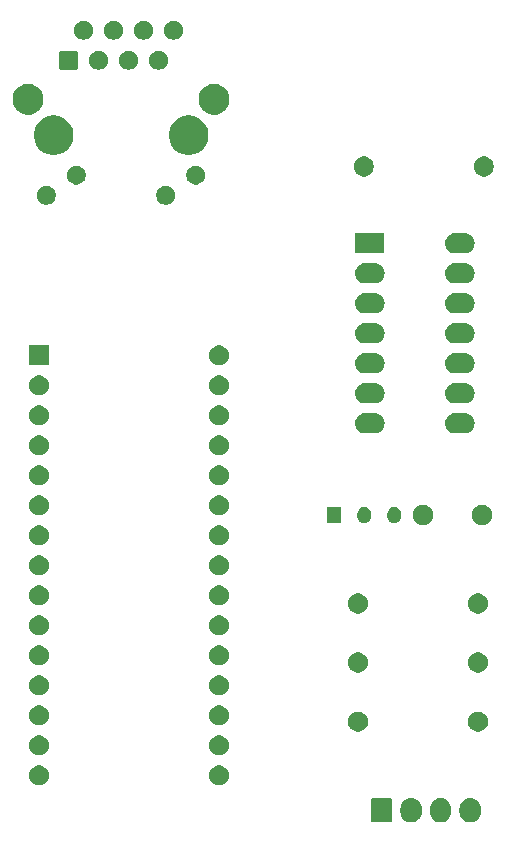
<source format=gts>
G04 #@! TF.GenerationSoftware,KiCad,Pcbnew,(5.1.5)-2*
G04 #@! TF.CreationDate,2019-12-07T22:10:36+09:00*
G04 #@! TF.ProjectId,circuit_master_ver.0.1.0,63697263-7569-4745-9f6d-61737465725f,rev?*
G04 #@! TF.SameCoordinates,Original*
G04 #@! TF.FileFunction,Soldermask,Top*
G04 #@! TF.FilePolarity,Negative*
%FSLAX46Y46*%
G04 Gerber Fmt 4.6, Leading zero omitted, Abs format (unit mm)*
G04 Created by KiCad (PCBNEW (5.1.5)-2) date 2019-12-07 22:10:36*
%MOMM*%
%LPD*%
G04 APERTURE LIST*
%ADD10C,0.100000*%
G04 APERTURE END LIST*
D10*
G36*
X68176626Y-169987037D02*
G01*
X68346465Y-170038557D01*
X68346467Y-170038558D01*
X68502989Y-170122221D01*
X68640186Y-170234814D01*
X68723448Y-170336271D01*
X68752778Y-170372009D01*
X68836443Y-170528534D01*
X68887963Y-170698373D01*
X68901000Y-170830742D01*
X68901000Y-171169257D01*
X68887963Y-171301626D01*
X68836443Y-171471466D01*
X68752778Y-171627991D01*
X68723448Y-171663729D01*
X68640186Y-171765186D01*
X68545250Y-171843097D01*
X68502991Y-171877778D01*
X68346466Y-171961443D01*
X68176627Y-172012963D01*
X68000000Y-172030359D01*
X67823374Y-172012963D01*
X67653535Y-171961443D01*
X67497010Y-171877778D01*
X67359815Y-171765185D01*
X67247222Y-171627991D01*
X67163557Y-171471466D01*
X67112037Y-171301627D01*
X67099000Y-171169258D01*
X67099000Y-170830743D01*
X67112037Y-170698374D01*
X67163557Y-170528535D01*
X67247222Y-170372010D01*
X67247223Y-170372009D01*
X67359814Y-170234814D01*
X67461271Y-170151552D01*
X67497009Y-170122222D01*
X67653534Y-170038557D01*
X67823373Y-169987037D01*
X68000000Y-169969641D01*
X68176626Y-169987037D01*
G37*
G36*
X70676626Y-169987037D02*
G01*
X70846465Y-170038557D01*
X70846467Y-170038558D01*
X71002989Y-170122221D01*
X71140186Y-170234814D01*
X71223448Y-170336271D01*
X71252778Y-170372009D01*
X71336443Y-170528534D01*
X71387963Y-170698373D01*
X71401000Y-170830742D01*
X71401000Y-171169257D01*
X71387963Y-171301626D01*
X71336443Y-171471466D01*
X71252778Y-171627991D01*
X71223448Y-171663729D01*
X71140186Y-171765186D01*
X71045250Y-171843097D01*
X71002991Y-171877778D01*
X70846466Y-171961443D01*
X70676627Y-172012963D01*
X70500000Y-172030359D01*
X70323374Y-172012963D01*
X70153535Y-171961443D01*
X69997010Y-171877778D01*
X69859815Y-171765185D01*
X69747222Y-171627991D01*
X69663557Y-171471466D01*
X69612037Y-171301627D01*
X69599000Y-171169258D01*
X69599000Y-170830743D01*
X69612037Y-170698374D01*
X69663557Y-170528535D01*
X69747222Y-170372010D01*
X69747223Y-170372009D01*
X69859814Y-170234814D01*
X69961271Y-170151552D01*
X69997009Y-170122222D01*
X70153534Y-170038557D01*
X70323373Y-169987037D01*
X70500000Y-169969641D01*
X70676626Y-169987037D01*
G37*
G36*
X73176626Y-169987037D02*
G01*
X73346465Y-170038557D01*
X73346467Y-170038558D01*
X73502989Y-170122221D01*
X73640186Y-170234814D01*
X73723448Y-170336271D01*
X73752778Y-170372009D01*
X73836443Y-170528534D01*
X73887963Y-170698373D01*
X73901000Y-170830742D01*
X73901000Y-171169257D01*
X73887963Y-171301626D01*
X73836443Y-171471466D01*
X73752778Y-171627991D01*
X73723448Y-171663729D01*
X73640186Y-171765186D01*
X73545250Y-171843097D01*
X73502991Y-171877778D01*
X73346466Y-171961443D01*
X73176627Y-172012963D01*
X73000000Y-172030359D01*
X72823374Y-172012963D01*
X72653535Y-171961443D01*
X72497010Y-171877778D01*
X72359815Y-171765185D01*
X72247222Y-171627991D01*
X72163557Y-171471466D01*
X72112037Y-171301627D01*
X72099000Y-171169258D01*
X72099000Y-170830743D01*
X72112037Y-170698374D01*
X72163557Y-170528535D01*
X72247222Y-170372010D01*
X72247223Y-170372009D01*
X72359814Y-170234814D01*
X72461271Y-170151552D01*
X72497009Y-170122222D01*
X72653534Y-170038557D01*
X72823373Y-169987037D01*
X73000000Y-169969641D01*
X73176626Y-169987037D01*
G37*
G36*
X66258600Y-169977989D02*
G01*
X66291652Y-169988015D01*
X66322103Y-170004292D01*
X66348799Y-170026201D01*
X66370708Y-170052897D01*
X66386985Y-170083348D01*
X66397011Y-170116400D01*
X66401000Y-170156903D01*
X66401000Y-171843097D01*
X66397011Y-171883600D01*
X66386985Y-171916652D01*
X66370708Y-171947103D01*
X66348799Y-171973799D01*
X66322103Y-171995708D01*
X66291652Y-172011985D01*
X66258600Y-172022011D01*
X66218097Y-172026000D01*
X64781903Y-172026000D01*
X64741400Y-172022011D01*
X64708348Y-172011985D01*
X64677897Y-171995708D01*
X64651201Y-171973799D01*
X64629292Y-171947103D01*
X64613015Y-171916652D01*
X64602989Y-171883600D01*
X64599000Y-171843097D01*
X64599000Y-170156903D01*
X64602989Y-170116400D01*
X64613015Y-170083348D01*
X64629292Y-170052897D01*
X64651201Y-170026201D01*
X64677897Y-170004292D01*
X64708348Y-169988015D01*
X64741400Y-169977989D01*
X64781903Y-169974000D01*
X66218097Y-169974000D01*
X66258600Y-169977989D01*
G37*
G36*
X51988228Y-167241703D02*
G01*
X52143100Y-167305853D01*
X52282481Y-167398985D01*
X52401015Y-167517519D01*
X52494147Y-167656900D01*
X52558297Y-167811772D01*
X52591000Y-167976184D01*
X52591000Y-168143816D01*
X52558297Y-168308228D01*
X52494147Y-168463100D01*
X52401015Y-168602481D01*
X52282481Y-168721015D01*
X52143100Y-168814147D01*
X51988228Y-168878297D01*
X51823816Y-168911000D01*
X51656184Y-168911000D01*
X51491772Y-168878297D01*
X51336900Y-168814147D01*
X51197519Y-168721015D01*
X51078985Y-168602481D01*
X50985853Y-168463100D01*
X50921703Y-168308228D01*
X50889000Y-168143816D01*
X50889000Y-167976184D01*
X50921703Y-167811772D01*
X50985853Y-167656900D01*
X51078985Y-167517519D01*
X51197519Y-167398985D01*
X51336900Y-167305853D01*
X51491772Y-167241703D01*
X51656184Y-167209000D01*
X51823816Y-167209000D01*
X51988228Y-167241703D01*
G37*
G36*
X36748228Y-167241703D02*
G01*
X36903100Y-167305853D01*
X37042481Y-167398985D01*
X37161015Y-167517519D01*
X37254147Y-167656900D01*
X37318297Y-167811772D01*
X37351000Y-167976184D01*
X37351000Y-168143816D01*
X37318297Y-168308228D01*
X37254147Y-168463100D01*
X37161015Y-168602481D01*
X37042481Y-168721015D01*
X36903100Y-168814147D01*
X36748228Y-168878297D01*
X36583816Y-168911000D01*
X36416184Y-168911000D01*
X36251772Y-168878297D01*
X36096900Y-168814147D01*
X35957519Y-168721015D01*
X35838985Y-168602481D01*
X35745853Y-168463100D01*
X35681703Y-168308228D01*
X35649000Y-168143816D01*
X35649000Y-167976184D01*
X35681703Y-167811772D01*
X35745853Y-167656900D01*
X35838985Y-167517519D01*
X35957519Y-167398985D01*
X36096900Y-167305853D01*
X36251772Y-167241703D01*
X36416184Y-167209000D01*
X36583816Y-167209000D01*
X36748228Y-167241703D01*
G37*
G36*
X51988228Y-164701703D02*
G01*
X52143100Y-164765853D01*
X52282481Y-164858985D01*
X52401015Y-164977519D01*
X52494147Y-165116900D01*
X52558297Y-165271772D01*
X52591000Y-165436184D01*
X52591000Y-165603816D01*
X52558297Y-165768228D01*
X52494147Y-165923100D01*
X52401015Y-166062481D01*
X52282481Y-166181015D01*
X52143100Y-166274147D01*
X51988228Y-166338297D01*
X51823816Y-166371000D01*
X51656184Y-166371000D01*
X51491772Y-166338297D01*
X51336900Y-166274147D01*
X51197519Y-166181015D01*
X51078985Y-166062481D01*
X50985853Y-165923100D01*
X50921703Y-165768228D01*
X50889000Y-165603816D01*
X50889000Y-165436184D01*
X50921703Y-165271772D01*
X50985853Y-165116900D01*
X51078985Y-164977519D01*
X51197519Y-164858985D01*
X51336900Y-164765853D01*
X51491772Y-164701703D01*
X51656184Y-164669000D01*
X51823816Y-164669000D01*
X51988228Y-164701703D01*
G37*
G36*
X36748228Y-164701703D02*
G01*
X36903100Y-164765853D01*
X37042481Y-164858985D01*
X37161015Y-164977519D01*
X37254147Y-165116900D01*
X37318297Y-165271772D01*
X37351000Y-165436184D01*
X37351000Y-165603816D01*
X37318297Y-165768228D01*
X37254147Y-165923100D01*
X37161015Y-166062481D01*
X37042481Y-166181015D01*
X36903100Y-166274147D01*
X36748228Y-166338297D01*
X36583816Y-166371000D01*
X36416184Y-166371000D01*
X36251772Y-166338297D01*
X36096900Y-166274147D01*
X35957519Y-166181015D01*
X35838985Y-166062481D01*
X35745853Y-165923100D01*
X35681703Y-165768228D01*
X35649000Y-165603816D01*
X35649000Y-165436184D01*
X35681703Y-165271772D01*
X35745853Y-165116900D01*
X35838985Y-164977519D01*
X35957519Y-164858985D01*
X36096900Y-164765853D01*
X36251772Y-164701703D01*
X36416184Y-164669000D01*
X36583816Y-164669000D01*
X36748228Y-164701703D01*
G37*
G36*
X63748228Y-162681703D02*
G01*
X63903100Y-162745853D01*
X64042481Y-162838985D01*
X64161015Y-162957519D01*
X64254147Y-163096900D01*
X64318297Y-163251772D01*
X64351000Y-163416184D01*
X64351000Y-163583816D01*
X64318297Y-163748228D01*
X64254147Y-163903100D01*
X64161015Y-164042481D01*
X64042481Y-164161015D01*
X63903100Y-164254147D01*
X63748228Y-164318297D01*
X63583816Y-164351000D01*
X63416184Y-164351000D01*
X63251772Y-164318297D01*
X63096900Y-164254147D01*
X62957519Y-164161015D01*
X62838985Y-164042481D01*
X62745853Y-163903100D01*
X62681703Y-163748228D01*
X62649000Y-163583816D01*
X62649000Y-163416184D01*
X62681703Y-163251772D01*
X62745853Y-163096900D01*
X62838985Y-162957519D01*
X62957519Y-162838985D01*
X63096900Y-162745853D01*
X63251772Y-162681703D01*
X63416184Y-162649000D01*
X63583816Y-162649000D01*
X63748228Y-162681703D01*
G37*
G36*
X73908228Y-162681703D02*
G01*
X74063100Y-162745853D01*
X74202481Y-162838985D01*
X74321015Y-162957519D01*
X74414147Y-163096900D01*
X74478297Y-163251772D01*
X74511000Y-163416184D01*
X74511000Y-163583816D01*
X74478297Y-163748228D01*
X74414147Y-163903100D01*
X74321015Y-164042481D01*
X74202481Y-164161015D01*
X74063100Y-164254147D01*
X73908228Y-164318297D01*
X73743816Y-164351000D01*
X73576184Y-164351000D01*
X73411772Y-164318297D01*
X73256900Y-164254147D01*
X73117519Y-164161015D01*
X72998985Y-164042481D01*
X72905853Y-163903100D01*
X72841703Y-163748228D01*
X72809000Y-163583816D01*
X72809000Y-163416184D01*
X72841703Y-163251772D01*
X72905853Y-163096900D01*
X72998985Y-162957519D01*
X73117519Y-162838985D01*
X73256900Y-162745853D01*
X73411772Y-162681703D01*
X73576184Y-162649000D01*
X73743816Y-162649000D01*
X73908228Y-162681703D01*
G37*
G36*
X36748228Y-162161703D02*
G01*
X36903100Y-162225853D01*
X37042481Y-162318985D01*
X37161015Y-162437519D01*
X37254147Y-162576900D01*
X37318297Y-162731772D01*
X37351000Y-162896184D01*
X37351000Y-163063816D01*
X37318297Y-163228228D01*
X37254147Y-163383100D01*
X37161015Y-163522481D01*
X37042481Y-163641015D01*
X36903100Y-163734147D01*
X36748228Y-163798297D01*
X36583816Y-163831000D01*
X36416184Y-163831000D01*
X36251772Y-163798297D01*
X36096900Y-163734147D01*
X35957519Y-163641015D01*
X35838985Y-163522481D01*
X35745853Y-163383100D01*
X35681703Y-163228228D01*
X35649000Y-163063816D01*
X35649000Y-162896184D01*
X35681703Y-162731772D01*
X35745853Y-162576900D01*
X35838985Y-162437519D01*
X35957519Y-162318985D01*
X36096900Y-162225853D01*
X36251772Y-162161703D01*
X36416184Y-162129000D01*
X36583816Y-162129000D01*
X36748228Y-162161703D01*
G37*
G36*
X51988228Y-162161703D02*
G01*
X52143100Y-162225853D01*
X52282481Y-162318985D01*
X52401015Y-162437519D01*
X52494147Y-162576900D01*
X52558297Y-162731772D01*
X52591000Y-162896184D01*
X52591000Y-163063816D01*
X52558297Y-163228228D01*
X52494147Y-163383100D01*
X52401015Y-163522481D01*
X52282481Y-163641015D01*
X52143100Y-163734147D01*
X51988228Y-163798297D01*
X51823816Y-163831000D01*
X51656184Y-163831000D01*
X51491772Y-163798297D01*
X51336900Y-163734147D01*
X51197519Y-163641015D01*
X51078985Y-163522481D01*
X50985853Y-163383100D01*
X50921703Y-163228228D01*
X50889000Y-163063816D01*
X50889000Y-162896184D01*
X50921703Y-162731772D01*
X50985853Y-162576900D01*
X51078985Y-162437519D01*
X51197519Y-162318985D01*
X51336900Y-162225853D01*
X51491772Y-162161703D01*
X51656184Y-162129000D01*
X51823816Y-162129000D01*
X51988228Y-162161703D01*
G37*
G36*
X36748228Y-159621703D02*
G01*
X36903100Y-159685853D01*
X37042481Y-159778985D01*
X37161015Y-159897519D01*
X37254147Y-160036900D01*
X37318297Y-160191772D01*
X37351000Y-160356184D01*
X37351000Y-160523816D01*
X37318297Y-160688228D01*
X37254147Y-160843100D01*
X37161015Y-160982481D01*
X37042481Y-161101015D01*
X36903100Y-161194147D01*
X36748228Y-161258297D01*
X36583816Y-161291000D01*
X36416184Y-161291000D01*
X36251772Y-161258297D01*
X36096900Y-161194147D01*
X35957519Y-161101015D01*
X35838985Y-160982481D01*
X35745853Y-160843100D01*
X35681703Y-160688228D01*
X35649000Y-160523816D01*
X35649000Y-160356184D01*
X35681703Y-160191772D01*
X35745853Y-160036900D01*
X35838985Y-159897519D01*
X35957519Y-159778985D01*
X36096900Y-159685853D01*
X36251772Y-159621703D01*
X36416184Y-159589000D01*
X36583816Y-159589000D01*
X36748228Y-159621703D01*
G37*
G36*
X51988228Y-159621703D02*
G01*
X52143100Y-159685853D01*
X52282481Y-159778985D01*
X52401015Y-159897519D01*
X52494147Y-160036900D01*
X52558297Y-160191772D01*
X52591000Y-160356184D01*
X52591000Y-160523816D01*
X52558297Y-160688228D01*
X52494147Y-160843100D01*
X52401015Y-160982481D01*
X52282481Y-161101015D01*
X52143100Y-161194147D01*
X51988228Y-161258297D01*
X51823816Y-161291000D01*
X51656184Y-161291000D01*
X51491772Y-161258297D01*
X51336900Y-161194147D01*
X51197519Y-161101015D01*
X51078985Y-160982481D01*
X50985853Y-160843100D01*
X50921703Y-160688228D01*
X50889000Y-160523816D01*
X50889000Y-160356184D01*
X50921703Y-160191772D01*
X50985853Y-160036900D01*
X51078985Y-159897519D01*
X51197519Y-159778985D01*
X51336900Y-159685853D01*
X51491772Y-159621703D01*
X51656184Y-159589000D01*
X51823816Y-159589000D01*
X51988228Y-159621703D01*
G37*
G36*
X73908228Y-157681703D02*
G01*
X74063100Y-157745853D01*
X74202481Y-157838985D01*
X74321015Y-157957519D01*
X74414147Y-158096900D01*
X74478297Y-158251772D01*
X74511000Y-158416184D01*
X74511000Y-158583816D01*
X74478297Y-158748228D01*
X74414147Y-158903100D01*
X74321015Y-159042481D01*
X74202481Y-159161015D01*
X74063100Y-159254147D01*
X73908228Y-159318297D01*
X73743816Y-159351000D01*
X73576184Y-159351000D01*
X73411772Y-159318297D01*
X73256900Y-159254147D01*
X73117519Y-159161015D01*
X72998985Y-159042481D01*
X72905853Y-158903100D01*
X72841703Y-158748228D01*
X72809000Y-158583816D01*
X72809000Y-158416184D01*
X72841703Y-158251772D01*
X72905853Y-158096900D01*
X72998985Y-157957519D01*
X73117519Y-157838985D01*
X73256900Y-157745853D01*
X73411772Y-157681703D01*
X73576184Y-157649000D01*
X73743816Y-157649000D01*
X73908228Y-157681703D01*
G37*
G36*
X63748228Y-157681703D02*
G01*
X63903100Y-157745853D01*
X64042481Y-157838985D01*
X64161015Y-157957519D01*
X64254147Y-158096900D01*
X64318297Y-158251772D01*
X64351000Y-158416184D01*
X64351000Y-158583816D01*
X64318297Y-158748228D01*
X64254147Y-158903100D01*
X64161015Y-159042481D01*
X64042481Y-159161015D01*
X63903100Y-159254147D01*
X63748228Y-159318297D01*
X63583816Y-159351000D01*
X63416184Y-159351000D01*
X63251772Y-159318297D01*
X63096900Y-159254147D01*
X62957519Y-159161015D01*
X62838985Y-159042481D01*
X62745853Y-158903100D01*
X62681703Y-158748228D01*
X62649000Y-158583816D01*
X62649000Y-158416184D01*
X62681703Y-158251772D01*
X62745853Y-158096900D01*
X62838985Y-157957519D01*
X62957519Y-157838985D01*
X63096900Y-157745853D01*
X63251772Y-157681703D01*
X63416184Y-157649000D01*
X63583816Y-157649000D01*
X63748228Y-157681703D01*
G37*
G36*
X51988228Y-157081703D02*
G01*
X52143100Y-157145853D01*
X52282481Y-157238985D01*
X52401015Y-157357519D01*
X52494147Y-157496900D01*
X52558297Y-157651772D01*
X52591000Y-157816184D01*
X52591000Y-157983816D01*
X52558297Y-158148228D01*
X52494147Y-158303100D01*
X52401015Y-158442481D01*
X52282481Y-158561015D01*
X52143100Y-158654147D01*
X51988228Y-158718297D01*
X51823816Y-158751000D01*
X51656184Y-158751000D01*
X51491772Y-158718297D01*
X51336900Y-158654147D01*
X51197519Y-158561015D01*
X51078985Y-158442481D01*
X50985853Y-158303100D01*
X50921703Y-158148228D01*
X50889000Y-157983816D01*
X50889000Y-157816184D01*
X50921703Y-157651772D01*
X50985853Y-157496900D01*
X51078985Y-157357519D01*
X51197519Y-157238985D01*
X51336900Y-157145853D01*
X51491772Y-157081703D01*
X51656184Y-157049000D01*
X51823816Y-157049000D01*
X51988228Y-157081703D01*
G37*
G36*
X36748228Y-157081703D02*
G01*
X36903100Y-157145853D01*
X37042481Y-157238985D01*
X37161015Y-157357519D01*
X37254147Y-157496900D01*
X37318297Y-157651772D01*
X37351000Y-157816184D01*
X37351000Y-157983816D01*
X37318297Y-158148228D01*
X37254147Y-158303100D01*
X37161015Y-158442481D01*
X37042481Y-158561015D01*
X36903100Y-158654147D01*
X36748228Y-158718297D01*
X36583816Y-158751000D01*
X36416184Y-158751000D01*
X36251772Y-158718297D01*
X36096900Y-158654147D01*
X35957519Y-158561015D01*
X35838985Y-158442481D01*
X35745853Y-158303100D01*
X35681703Y-158148228D01*
X35649000Y-157983816D01*
X35649000Y-157816184D01*
X35681703Y-157651772D01*
X35745853Y-157496900D01*
X35838985Y-157357519D01*
X35957519Y-157238985D01*
X36096900Y-157145853D01*
X36251772Y-157081703D01*
X36416184Y-157049000D01*
X36583816Y-157049000D01*
X36748228Y-157081703D01*
G37*
G36*
X36748228Y-154541703D02*
G01*
X36903100Y-154605853D01*
X37042481Y-154698985D01*
X37161015Y-154817519D01*
X37254147Y-154956900D01*
X37318297Y-155111772D01*
X37351000Y-155276184D01*
X37351000Y-155443816D01*
X37318297Y-155608228D01*
X37254147Y-155763100D01*
X37161015Y-155902481D01*
X37042481Y-156021015D01*
X36903100Y-156114147D01*
X36748228Y-156178297D01*
X36583816Y-156211000D01*
X36416184Y-156211000D01*
X36251772Y-156178297D01*
X36096900Y-156114147D01*
X35957519Y-156021015D01*
X35838985Y-155902481D01*
X35745853Y-155763100D01*
X35681703Y-155608228D01*
X35649000Y-155443816D01*
X35649000Y-155276184D01*
X35681703Y-155111772D01*
X35745853Y-154956900D01*
X35838985Y-154817519D01*
X35957519Y-154698985D01*
X36096900Y-154605853D01*
X36251772Y-154541703D01*
X36416184Y-154509000D01*
X36583816Y-154509000D01*
X36748228Y-154541703D01*
G37*
G36*
X51988228Y-154541703D02*
G01*
X52143100Y-154605853D01*
X52282481Y-154698985D01*
X52401015Y-154817519D01*
X52494147Y-154956900D01*
X52558297Y-155111772D01*
X52591000Y-155276184D01*
X52591000Y-155443816D01*
X52558297Y-155608228D01*
X52494147Y-155763100D01*
X52401015Y-155902481D01*
X52282481Y-156021015D01*
X52143100Y-156114147D01*
X51988228Y-156178297D01*
X51823816Y-156211000D01*
X51656184Y-156211000D01*
X51491772Y-156178297D01*
X51336900Y-156114147D01*
X51197519Y-156021015D01*
X51078985Y-155902481D01*
X50985853Y-155763100D01*
X50921703Y-155608228D01*
X50889000Y-155443816D01*
X50889000Y-155276184D01*
X50921703Y-155111772D01*
X50985853Y-154956900D01*
X51078985Y-154817519D01*
X51197519Y-154698985D01*
X51336900Y-154605853D01*
X51491772Y-154541703D01*
X51656184Y-154509000D01*
X51823816Y-154509000D01*
X51988228Y-154541703D01*
G37*
G36*
X73908228Y-152681703D02*
G01*
X74063100Y-152745853D01*
X74202481Y-152838985D01*
X74321015Y-152957519D01*
X74414147Y-153096900D01*
X74478297Y-153251772D01*
X74511000Y-153416184D01*
X74511000Y-153583816D01*
X74478297Y-153748228D01*
X74414147Y-153903100D01*
X74321015Y-154042481D01*
X74202481Y-154161015D01*
X74063100Y-154254147D01*
X73908228Y-154318297D01*
X73743816Y-154351000D01*
X73576184Y-154351000D01*
X73411772Y-154318297D01*
X73256900Y-154254147D01*
X73117519Y-154161015D01*
X72998985Y-154042481D01*
X72905853Y-153903100D01*
X72841703Y-153748228D01*
X72809000Y-153583816D01*
X72809000Y-153416184D01*
X72841703Y-153251772D01*
X72905853Y-153096900D01*
X72998985Y-152957519D01*
X73117519Y-152838985D01*
X73256900Y-152745853D01*
X73411772Y-152681703D01*
X73576184Y-152649000D01*
X73743816Y-152649000D01*
X73908228Y-152681703D01*
G37*
G36*
X63748228Y-152681703D02*
G01*
X63903100Y-152745853D01*
X64042481Y-152838985D01*
X64161015Y-152957519D01*
X64254147Y-153096900D01*
X64318297Y-153251772D01*
X64351000Y-153416184D01*
X64351000Y-153583816D01*
X64318297Y-153748228D01*
X64254147Y-153903100D01*
X64161015Y-154042481D01*
X64042481Y-154161015D01*
X63903100Y-154254147D01*
X63748228Y-154318297D01*
X63583816Y-154351000D01*
X63416184Y-154351000D01*
X63251772Y-154318297D01*
X63096900Y-154254147D01*
X62957519Y-154161015D01*
X62838985Y-154042481D01*
X62745853Y-153903100D01*
X62681703Y-153748228D01*
X62649000Y-153583816D01*
X62649000Y-153416184D01*
X62681703Y-153251772D01*
X62745853Y-153096900D01*
X62838985Y-152957519D01*
X62957519Y-152838985D01*
X63096900Y-152745853D01*
X63251772Y-152681703D01*
X63416184Y-152649000D01*
X63583816Y-152649000D01*
X63748228Y-152681703D01*
G37*
G36*
X36748228Y-152001703D02*
G01*
X36903100Y-152065853D01*
X37042481Y-152158985D01*
X37161015Y-152277519D01*
X37254147Y-152416900D01*
X37318297Y-152571772D01*
X37351000Y-152736184D01*
X37351000Y-152903816D01*
X37318297Y-153068228D01*
X37254147Y-153223100D01*
X37161015Y-153362481D01*
X37042481Y-153481015D01*
X36903100Y-153574147D01*
X36748228Y-153638297D01*
X36583816Y-153671000D01*
X36416184Y-153671000D01*
X36251772Y-153638297D01*
X36096900Y-153574147D01*
X35957519Y-153481015D01*
X35838985Y-153362481D01*
X35745853Y-153223100D01*
X35681703Y-153068228D01*
X35649000Y-152903816D01*
X35649000Y-152736184D01*
X35681703Y-152571772D01*
X35745853Y-152416900D01*
X35838985Y-152277519D01*
X35957519Y-152158985D01*
X36096900Y-152065853D01*
X36251772Y-152001703D01*
X36416184Y-151969000D01*
X36583816Y-151969000D01*
X36748228Y-152001703D01*
G37*
G36*
X51988228Y-152001703D02*
G01*
X52143100Y-152065853D01*
X52282481Y-152158985D01*
X52401015Y-152277519D01*
X52494147Y-152416900D01*
X52558297Y-152571772D01*
X52591000Y-152736184D01*
X52591000Y-152903816D01*
X52558297Y-153068228D01*
X52494147Y-153223100D01*
X52401015Y-153362481D01*
X52282481Y-153481015D01*
X52143100Y-153574147D01*
X51988228Y-153638297D01*
X51823816Y-153671000D01*
X51656184Y-153671000D01*
X51491772Y-153638297D01*
X51336900Y-153574147D01*
X51197519Y-153481015D01*
X51078985Y-153362481D01*
X50985853Y-153223100D01*
X50921703Y-153068228D01*
X50889000Y-152903816D01*
X50889000Y-152736184D01*
X50921703Y-152571772D01*
X50985853Y-152416900D01*
X51078985Y-152277519D01*
X51197519Y-152158985D01*
X51336900Y-152065853D01*
X51491772Y-152001703D01*
X51656184Y-151969000D01*
X51823816Y-151969000D01*
X51988228Y-152001703D01*
G37*
G36*
X51988228Y-149461703D02*
G01*
X52143100Y-149525853D01*
X52282481Y-149618985D01*
X52401015Y-149737519D01*
X52494147Y-149876900D01*
X52558297Y-150031772D01*
X52591000Y-150196184D01*
X52591000Y-150363816D01*
X52558297Y-150528228D01*
X52494147Y-150683100D01*
X52401015Y-150822481D01*
X52282481Y-150941015D01*
X52143100Y-151034147D01*
X51988228Y-151098297D01*
X51823816Y-151131000D01*
X51656184Y-151131000D01*
X51491772Y-151098297D01*
X51336900Y-151034147D01*
X51197519Y-150941015D01*
X51078985Y-150822481D01*
X50985853Y-150683100D01*
X50921703Y-150528228D01*
X50889000Y-150363816D01*
X50889000Y-150196184D01*
X50921703Y-150031772D01*
X50985853Y-149876900D01*
X51078985Y-149737519D01*
X51197519Y-149618985D01*
X51336900Y-149525853D01*
X51491772Y-149461703D01*
X51656184Y-149429000D01*
X51823816Y-149429000D01*
X51988228Y-149461703D01*
G37*
G36*
X36748228Y-149461703D02*
G01*
X36903100Y-149525853D01*
X37042481Y-149618985D01*
X37161015Y-149737519D01*
X37254147Y-149876900D01*
X37318297Y-150031772D01*
X37351000Y-150196184D01*
X37351000Y-150363816D01*
X37318297Y-150528228D01*
X37254147Y-150683100D01*
X37161015Y-150822481D01*
X37042481Y-150941015D01*
X36903100Y-151034147D01*
X36748228Y-151098297D01*
X36583816Y-151131000D01*
X36416184Y-151131000D01*
X36251772Y-151098297D01*
X36096900Y-151034147D01*
X35957519Y-150941015D01*
X35838985Y-150822481D01*
X35745853Y-150683100D01*
X35681703Y-150528228D01*
X35649000Y-150363816D01*
X35649000Y-150196184D01*
X35681703Y-150031772D01*
X35745853Y-149876900D01*
X35838985Y-149737519D01*
X35957519Y-149618985D01*
X36096900Y-149525853D01*
X36251772Y-149461703D01*
X36416184Y-149429000D01*
X36583816Y-149429000D01*
X36748228Y-149461703D01*
G37*
G36*
X51988228Y-146921703D02*
G01*
X52143100Y-146985853D01*
X52282481Y-147078985D01*
X52401015Y-147197519D01*
X52494147Y-147336900D01*
X52558297Y-147491772D01*
X52591000Y-147656184D01*
X52591000Y-147823816D01*
X52558297Y-147988228D01*
X52494147Y-148143100D01*
X52401015Y-148282481D01*
X52282481Y-148401015D01*
X52143100Y-148494147D01*
X51988228Y-148558297D01*
X51823816Y-148591000D01*
X51656184Y-148591000D01*
X51491772Y-148558297D01*
X51336900Y-148494147D01*
X51197519Y-148401015D01*
X51078985Y-148282481D01*
X50985853Y-148143100D01*
X50921703Y-147988228D01*
X50889000Y-147823816D01*
X50889000Y-147656184D01*
X50921703Y-147491772D01*
X50985853Y-147336900D01*
X51078985Y-147197519D01*
X51197519Y-147078985D01*
X51336900Y-146985853D01*
X51491772Y-146921703D01*
X51656184Y-146889000D01*
X51823816Y-146889000D01*
X51988228Y-146921703D01*
G37*
G36*
X36748228Y-146921703D02*
G01*
X36903100Y-146985853D01*
X37042481Y-147078985D01*
X37161015Y-147197519D01*
X37254147Y-147336900D01*
X37318297Y-147491772D01*
X37351000Y-147656184D01*
X37351000Y-147823816D01*
X37318297Y-147988228D01*
X37254147Y-148143100D01*
X37161015Y-148282481D01*
X37042481Y-148401015D01*
X36903100Y-148494147D01*
X36748228Y-148558297D01*
X36583816Y-148591000D01*
X36416184Y-148591000D01*
X36251772Y-148558297D01*
X36096900Y-148494147D01*
X35957519Y-148401015D01*
X35838985Y-148282481D01*
X35745853Y-148143100D01*
X35681703Y-147988228D01*
X35649000Y-147823816D01*
X35649000Y-147656184D01*
X35681703Y-147491772D01*
X35745853Y-147336900D01*
X35838985Y-147197519D01*
X35957519Y-147078985D01*
X36096900Y-146985853D01*
X36251772Y-146921703D01*
X36416184Y-146889000D01*
X36583816Y-146889000D01*
X36748228Y-146921703D01*
G37*
G36*
X69248228Y-145181703D02*
G01*
X69403100Y-145245853D01*
X69542481Y-145338985D01*
X69661015Y-145457519D01*
X69754147Y-145596900D01*
X69818297Y-145751772D01*
X69851000Y-145916184D01*
X69851000Y-146083816D01*
X69818297Y-146248228D01*
X69754147Y-146403100D01*
X69661015Y-146542481D01*
X69542481Y-146661015D01*
X69403100Y-146754147D01*
X69248228Y-146818297D01*
X69083816Y-146851000D01*
X68916184Y-146851000D01*
X68751772Y-146818297D01*
X68596900Y-146754147D01*
X68457519Y-146661015D01*
X68338985Y-146542481D01*
X68245853Y-146403100D01*
X68181703Y-146248228D01*
X68149000Y-146083816D01*
X68149000Y-145916184D01*
X68181703Y-145751772D01*
X68245853Y-145596900D01*
X68338985Y-145457519D01*
X68457519Y-145338985D01*
X68596900Y-145245853D01*
X68751772Y-145181703D01*
X68916184Y-145149000D01*
X69083816Y-145149000D01*
X69248228Y-145181703D01*
G37*
G36*
X74248228Y-145181703D02*
G01*
X74403100Y-145245853D01*
X74542481Y-145338985D01*
X74661015Y-145457519D01*
X74754147Y-145596900D01*
X74818297Y-145751772D01*
X74851000Y-145916184D01*
X74851000Y-146083816D01*
X74818297Y-146248228D01*
X74754147Y-146403100D01*
X74661015Y-146542481D01*
X74542481Y-146661015D01*
X74403100Y-146754147D01*
X74248228Y-146818297D01*
X74083816Y-146851000D01*
X73916184Y-146851000D01*
X73751772Y-146818297D01*
X73596900Y-146754147D01*
X73457519Y-146661015D01*
X73338985Y-146542481D01*
X73245853Y-146403100D01*
X73181703Y-146248228D01*
X73149000Y-146083816D01*
X73149000Y-145916184D01*
X73181703Y-145751772D01*
X73245853Y-145596900D01*
X73338985Y-145457519D01*
X73457519Y-145338985D01*
X73596900Y-145245853D01*
X73751772Y-145181703D01*
X73916184Y-145149000D01*
X74083816Y-145149000D01*
X74248228Y-145181703D01*
G37*
G36*
X66692916Y-145307334D02*
G01*
X66801492Y-145340271D01*
X66801495Y-145340272D01*
X66837601Y-145359571D01*
X66901557Y-145393756D01*
X66989264Y-145465736D01*
X67061244Y-145553443D01*
X67095429Y-145617400D01*
X67114728Y-145653506D01*
X67114729Y-145653509D01*
X67147666Y-145762085D01*
X67156000Y-145846703D01*
X67156000Y-146153298D01*
X67147666Y-146237916D01*
X67114729Y-146346491D01*
X67114728Y-146346495D01*
X67095429Y-146382601D01*
X67061244Y-146446557D01*
X66989264Y-146534264D01*
X66901556Y-146606244D01*
X66837600Y-146640429D01*
X66801494Y-146659728D01*
X66801491Y-146659729D01*
X66692915Y-146692666D01*
X66580000Y-146703787D01*
X66467084Y-146692666D01*
X66358508Y-146659729D01*
X66358505Y-146659728D01*
X66322399Y-146640429D01*
X66258443Y-146606244D01*
X66170736Y-146534264D01*
X66098756Y-146446556D01*
X66045273Y-146346495D01*
X66045272Y-146346494D01*
X66045271Y-146346491D01*
X66012334Y-146237915D01*
X66004000Y-146153297D01*
X66004000Y-145846702D01*
X66012334Y-145762084D01*
X66045271Y-145653508D01*
X66045272Y-145653506D01*
X66045272Y-145653505D01*
X66098756Y-145553445D01*
X66098757Y-145553443D01*
X66170737Y-145465736D01*
X66258444Y-145393756D01*
X66322400Y-145359571D01*
X66358506Y-145340272D01*
X66358509Y-145340271D01*
X66467085Y-145307334D01*
X66580000Y-145296213D01*
X66692916Y-145307334D01*
G37*
G36*
X64152916Y-145307334D02*
G01*
X64261492Y-145340271D01*
X64261495Y-145340272D01*
X64297601Y-145359571D01*
X64361557Y-145393756D01*
X64449264Y-145465736D01*
X64521244Y-145553443D01*
X64555429Y-145617400D01*
X64574728Y-145653506D01*
X64574729Y-145653509D01*
X64607666Y-145762085D01*
X64616000Y-145846703D01*
X64616000Y-146153298D01*
X64607666Y-146237916D01*
X64574729Y-146346491D01*
X64574728Y-146346495D01*
X64555429Y-146382601D01*
X64521244Y-146446557D01*
X64449264Y-146534264D01*
X64361556Y-146606244D01*
X64297600Y-146640429D01*
X64261494Y-146659728D01*
X64261491Y-146659729D01*
X64152915Y-146692666D01*
X64040000Y-146703787D01*
X63927084Y-146692666D01*
X63818508Y-146659729D01*
X63818505Y-146659728D01*
X63782399Y-146640429D01*
X63718443Y-146606244D01*
X63630736Y-146534264D01*
X63558756Y-146446556D01*
X63505273Y-146346495D01*
X63505272Y-146346494D01*
X63505271Y-146346491D01*
X63472334Y-146237915D01*
X63464000Y-146153297D01*
X63464000Y-145846702D01*
X63472334Y-145762084D01*
X63505271Y-145653508D01*
X63505272Y-145653506D01*
X63505272Y-145653505D01*
X63558756Y-145553445D01*
X63558757Y-145553443D01*
X63630737Y-145465736D01*
X63718444Y-145393756D01*
X63782400Y-145359571D01*
X63818506Y-145340272D01*
X63818509Y-145340271D01*
X63927085Y-145307334D01*
X64040000Y-145296213D01*
X64152916Y-145307334D01*
G37*
G36*
X62076000Y-146701000D02*
G01*
X60924000Y-146701000D01*
X60924000Y-145299000D01*
X62076000Y-145299000D01*
X62076000Y-146701000D01*
G37*
G36*
X36748228Y-144381703D02*
G01*
X36903100Y-144445853D01*
X37042481Y-144538985D01*
X37161015Y-144657519D01*
X37254147Y-144796900D01*
X37318297Y-144951772D01*
X37351000Y-145116184D01*
X37351000Y-145283816D01*
X37318297Y-145448228D01*
X37254147Y-145603100D01*
X37161015Y-145742481D01*
X37042481Y-145861015D01*
X36903100Y-145954147D01*
X36748228Y-146018297D01*
X36583816Y-146051000D01*
X36416184Y-146051000D01*
X36251772Y-146018297D01*
X36096900Y-145954147D01*
X35957519Y-145861015D01*
X35838985Y-145742481D01*
X35745853Y-145603100D01*
X35681703Y-145448228D01*
X35649000Y-145283816D01*
X35649000Y-145116184D01*
X35681703Y-144951772D01*
X35745853Y-144796900D01*
X35838985Y-144657519D01*
X35957519Y-144538985D01*
X36096900Y-144445853D01*
X36251772Y-144381703D01*
X36416184Y-144349000D01*
X36583816Y-144349000D01*
X36748228Y-144381703D01*
G37*
G36*
X51988228Y-144381703D02*
G01*
X52143100Y-144445853D01*
X52282481Y-144538985D01*
X52401015Y-144657519D01*
X52494147Y-144796900D01*
X52558297Y-144951772D01*
X52591000Y-145116184D01*
X52591000Y-145283816D01*
X52558297Y-145448228D01*
X52494147Y-145603100D01*
X52401015Y-145742481D01*
X52282481Y-145861015D01*
X52143100Y-145954147D01*
X51988228Y-146018297D01*
X51823816Y-146051000D01*
X51656184Y-146051000D01*
X51491772Y-146018297D01*
X51336900Y-145954147D01*
X51197519Y-145861015D01*
X51078985Y-145742481D01*
X50985853Y-145603100D01*
X50921703Y-145448228D01*
X50889000Y-145283816D01*
X50889000Y-145116184D01*
X50921703Y-144951772D01*
X50985853Y-144796900D01*
X51078985Y-144657519D01*
X51197519Y-144538985D01*
X51336900Y-144445853D01*
X51491772Y-144381703D01*
X51656184Y-144349000D01*
X51823816Y-144349000D01*
X51988228Y-144381703D01*
G37*
G36*
X51988228Y-141841703D02*
G01*
X52143100Y-141905853D01*
X52282481Y-141998985D01*
X52401015Y-142117519D01*
X52494147Y-142256900D01*
X52558297Y-142411772D01*
X52591000Y-142576184D01*
X52591000Y-142743816D01*
X52558297Y-142908228D01*
X52494147Y-143063100D01*
X52401015Y-143202481D01*
X52282481Y-143321015D01*
X52143100Y-143414147D01*
X51988228Y-143478297D01*
X51823816Y-143511000D01*
X51656184Y-143511000D01*
X51491772Y-143478297D01*
X51336900Y-143414147D01*
X51197519Y-143321015D01*
X51078985Y-143202481D01*
X50985853Y-143063100D01*
X50921703Y-142908228D01*
X50889000Y-142743816D01*
X50889000Y-142576184D01*
X50921703Y-142411772D01*
X50985853Y-142256900D01*
X51078985Y-142117519D01*
X51197519Y-141998985D01*
X51336900Y-141905853D01*
X51491772Y-141841703D01*
X51656184Y-141809000D01*
X51823816Y-141809000D01*
X51988228Y-141841703D01*
G37*
G36*
X36748228Y-141841703D02*
G01*
X36903100Y-141905853D01*
X37042481Y-141998985D01*
X37161015Y-142117519D01*
X37254147Y-142256900D01*
X37318297Y-142411772D01*
X37351000Y-142576184D01*
X37351000Y-142743816D01*
X37318297Y-142908228D01*
X37254147Y-143063100D01*
X37161015Y-143202481D01*
X37042481Y-143321015D01*
X36903100Y-143414147D01*
X36748228Y-143478297D01*
X36583816Y-143511000D01*
X36416184Y-143511000D01*
X36251772Y-143478297D01*
X36096900Y-143414147D01*
X35957519Y-143321015D01*
X35838985Y-143202481D01*
X35745853Y-143063100D01*
X35681703Y-142908228D01*
X35649000Y-142743816D01*
X35649000Y-142576184D01*
X35681703Y-142411772D01*
X35745853Y-142256900D01*
X35838985Y-142117519D01*
X35957519Y-141998985D01*
X36096900Y-141905853D01*
X36251772Y-141841703D01*
X36416184Y-141809000D01*
X36583816Y-141809000D01*
X36748228Y-141841703D01*
G37*
G36*
X51988228Y-139301703D02*
G01*
X52143100Y-139365853D01*
X52282481Y-139458985D01*
X52401015Y-139577519D01*
X52494147Y-139716900D01*
X52558297Y-139871772D01*
X52591000Y-140036184D01*
X52591000Y-140203816D01*
X52558297Y-140368228D01*
X52494147Y-140523100D01*
X52401015Y-140662481D01*
X52282481Y-140781015D01*
X52143100Y-140874147D01*
X51988228Y-140938297D01*
X51823816Y-140971000D01*
X51656184Y-140971000D01*
X51491772Y-140938297D01*
X51336900Y-140874147D01*
X51197519Y-140781015D01*
X51078985Y-140662481D01*
X50985853Y-140523100D01*
X50921703Y-140368228D01*
X50889000Y-140203816D01*
X50889000Y-140036184D01*
X50921703Y-139871772D01*
X50985853Y-139716900D01*
X51078985Y-139577519D01*
X51197519Y-139458985D01*
X51336900Y-139365853D01*
X51491772Y-139301703D01*
X51656184Y-139269000D01*
X51823816Y-139269000D01*
X51988228Y-139301703D01*
G37*
G36*
X36748228Y-139301703D02*
G01*
X36903100Y-139365853D01*
X37042481Y-139458985D01*
X37161015Y-139577519D01*
X37254147Y-139716900D01*
X37318297Y-139871772D01*
X37351000Y-140036184D01*
X37351000Y-140203816D01*
X37318297Y-140368228D01*
X37254147Y-140523100D01*
X37161015Y-140662481D01*
X37042481Y-140781015D01*
X36903100Y-140874147D01*
X36748228Y-140938297D01*
X36583816Y-140971000D01*
X36416184Y-140971000D01*
X36251772Y-140938297D01*
X36096900Y-140874147D01*
X35957519Y-140781015D01*
X35838985Y-140662481D01*
X35745853Y-140523100D01*
X35681703Y-140368228D01*
X35649000Y-140203816D01*
X35649000Y-140036184D01*
X35681703Y-139871772D01*
X35745853Y-139716900D01*
X35838985Y-139577519D01*
X35957519Y-139458985D01*
X36096900Y-139365853D01*
X36251772Y-139301703D01*
X36416184Y-139269000D01*
X36583816Y-139269000D01*
X36748228Y-139301703D01*
G37*
G36*
X65066823Y-137401313D02*
G01*
X65227242Y-137449976D01*
X65359906Y-137520886D01*
X65375078Y-137528996D01*
X65504659Y-137635341D01*
X65611004Y-137764922D01*
X65611005Y-137764924D01*
X65690024Y-137912758D01*
X65738687Y-138073177D01*
X65755117Y-138240000D01*
X65738687Y-138406823D01*
X65690024Y-138567242D01*
X65619114Y-138699906D01*
X65611004Y-138715078D01*
X65504659Y-138844659D01*
X65375078Y-138951004D01*
X65375076Y-138951005D01*
X65227242Y-139030024D01*
X65066823Y-139078687D01*
X64941804Y-139091000D01*
X64058196Y-139091000D01*
X63933177Y-139078687D01*
X63772758Y-139030024D01*
X63624924Y-138951005D01*
X63624922Y-138951004D01*
X63495341Y-138844659D01*
X63388996Y-138715078D01*
X63380886Y-138699906D01*
X63309976Y-138567242D01*
X63261313Y-138406823D01*
X63244883Y-138240000D01*
X63261313Y-138073177D01*
X63309976Y-137912758D01*
X63388995Y-137764924D01*
X63388996Y-137764922D01*
X63495341Y-137635341D01*
X63624922Y-137528996D01*
X63640094Y-137520886D01*
X63772758Y-137449976D01*
X63933177Y-137401313D01*
X64058196Y-137389000D01*
X64941804Y-137389000D01*
X65066823Y-137401313D01*
G37*
G36*
X72686823Y-137401313D02*
G01*
X72847242Y-137449976D01*
X72979906Y-137520886D01*
X72995078Y-137528996D01*
X73124659Y-137635341D01*
X73231004Y-137764922D01*
X73231005Y-137764924D01*
X73310024Y-137912758D01*
X73358687Y-138073177D01*
X73375117Y-138240000D01*
X73358687Y-138406823D01*
X73310024Y-138567242D01*
X73239114Y-138699906D01*
X73231004Y-138715078D01*
X73124659Y-138844659D01*
X72995078Y-138951004D01*
X72995076Y-138951005D01*
X72847242Y-139030024D01*
X72686823Y-139078687D01*
X72561804Y-139091000D01*
X71678196Y-139091000D01*
X71553177Y-139078687D01*
X71392758Y-139030024D01*
X71244924Y-138951005D01*
X71244922Y-138951004D01*
X71115341Y-138844659D01*
X71008996Y-138715078D01*
X71000886Y-138699906D01*
X70929976Y-138567242D01*
X70881313Y-138406823D01*
X70864883Y-138240000D01*
X70881313Y-138073177D01*
X70929976Y-137912758D01*
X71008995Y-137764924D01*
X71008996Y-137764922D01*
X71115341Y-137635341D01*
X71244922Y-137528996D01*
X71260094Y-137520886D01*
X71392758Y-137449976D01*
X71553177Y-137401313D01*
X71678196Y-137389000D01*
X72561804Y-137389000D01*
X72686823Y-137401313D01*
G37*
G36*
X36748228Y-136761703D02*
G01*
X36903100Y-136825853D01*
X37042481Y-136918985D01*
X37161015Y-137037519D01*
X37254147Y-137176900D01*
X37318297Y-137331772D01*
X37351000Y-137496184D01*
X37351000Y-137663816D01*
X37318297Y-137828228D01*
X37254147Y-137983100D01*
X37161015Y-138122481D01*
X37042481Y-138241015D01*
X36903100Y-138334147D01*
X36748228Y-138398297D01*
X36583816Y-138431000D01*
X36416184Y-138431000D01*
X36251772Y-138398297D01*
X36096900Y-138334147D01*
X35957519Y-138241015D01*
X35838985Y-138122481D01*
X35745853Y-137983100D01*
X35681703Y-137828228D01*
X35649000Y-137663816D01*
X35649000Y-137496184D01*
X35681703Y-137331772D01*
X35745853Y-137176900D01*
X35838985Y-137037519D01*
X35957519Y-136918985D01*
X36096900Y-136825853D01*
X36251772Y-136761703D01*
X36416184Y-136729000D01*
X36583816Y-136729000D01*
X36748228Y-136761703D01*
G37*
G36*
X51988228Y-136761703D02*
G01*
X52143100Y-136825853D01*
X52282481Y-136918985D01*
X52401015Y-137037519D01*
X52494147Y-137176900D01*
X52558297Y-137331772D01*
X52591000Y-137496184D01*
X52591000Y-137663816D01*
X52558297Y-137828228D01*
X52494147Y-137983100D01*
X52401015Y-138122481D01*
X52282481Y-138241015D01*
X52143100Y-138334147D01*
X51988228Y-138398297D01*
X51823816Y-138431000D01*
X51656184Y-138431000D01*
X51491772Y-138398297D01*
X51336900Y-138334147D01*
X51197519Y-138241015D01*
X51078985Y-138122481D01*
X50985853Y-137983100D01*
X50921703Y-137828228D01*
X50889000Y-137663816D01*
X50889000Y-137496184D01*
X50921703Y-137331772D01*
X50985853Y-137176900D01*
X51078985Y-137037519D01*
X51197519Y-136918985D01*
X51336900Y-136825853D01*
X51491772Y-136761703D01*
X51656184Y-136729000D01*
X51823816Y-136729000D01*
X51988228Y-136761703D01*
G37*
G36*
X65066823Y-134861313D02*
G01*
X65227242Y-134909976D01*
X65359906Y-134980886D01*
X65375078Y-134988996D01*
X65504659Y-135095341D01*
X65611004Y-135224922D01*
X65611005Y-135224924D01*
X65690024Y-135372758D01*
X65738687Y-135533177D01*
X65755117Y-135700000D01*
X65738687Y-135866823D01*
X65690024Y-136027242D01*
X65619114Y-136159906D01*
X65611004Y-136175078D01*
X65504659Y-136304659D01*
X65375078Y-136411004D01*
X65375076Y-136411005D01*
X65227242Y-136490024D01*
X65066823Y-136538687D01*
X64941804Y-136551000D01*
X64058196Y-136551000D01*
X63933177Y-136538687D01*
X63772758Y-136490024D01*
X63624924Y-136411005D01*
X63624922Y-136411004D01*
X63495341Y-136304659D01*
X63388996Y-136175078D01*
X63380886Y-136159906D01*
X63309976Y-136027242D01*
X63261313Y-135866823D01*
X63244883Y-135700000D01*
X63261313Y-135533177D01*
X63309976Y-135372758D01*
X63388995Y-135224924D01*
X63388996Y-135224922D01*
X63495341Y-135095341D01*
X63624922Y-134988996D01*
X63640094Y-134980886D01*
X63772758Y-134909976D01*
X63933177Y-134861313D01*
X64058196Y-134849000D01*
X64941804Y-134849000D01*
X65066823Y-134861313D01*
G37*
G36*
X72686823Y-134861313D02*
G01*
X72847242Y-134909976D01*
X72979906Y-134980886D01*
X72995078Y-134988996D01*
X73124659Y-135095341D01*
X73231004Y-135224922D01*
X73231005Y-135224924D01*
X73310024Y-135372758D01*
X73358687Y-135533177D01*
X73375117Y-135700000D01*
X73358687Y-135866823D01*
X73310024Y-136027242D01*
X73239114Y-136159906D01*
X73231004Y-136175078D01*
X73124659Y-136304659D01*
X72995078Y-136411004D01*
X72995076Y-136411005D01*
X72847242Y-136490024D01*
X72686823Y-136538687D01*
X72561804Y-136551000D01*
X71678196Y-136551000D01*
X71553177Y-136538687D01*
X71392758Y-136490024D01*
X71244924Y-136411005D01*
X71244922Y-136411004D01*
X71115341Y-136304659D01*
X71008996Y-136175078D01*
X71000886Y-136159906D01*
X70929976Y-136027242D01*
X70881313Y-135866823D01*
X70864883Y-135700000D01*
X70881313Y-135533177D01*
X70929976Y-135372758D01*
X71008995Y-135224924D01*
X71008996Y-135224922D01*
X71115341Y-135095341D01*
X71244922Y-134988996D01*
X71260094Y-134980886D01*
X71392758Y-134909976D01*
X71553177Y-134861313D01*
X71678196Y-134849000D01*
X72561804Y-134849000D01*
X72686823Y-134861313D01*
G37*
G36*
X36748228Y-134221703D02*
G01*
X36903100Y-134285853D01*
X37042481Y-134378985D01*
X37161015Y-134497519D01*
X37254147Y-134636900D01*
X37318297Y-134791772D01*
X37351000Y-134956184D01*
X37351000Y-135123816D01*
X37318297Y-135288228D01*
X37254147Y-135443100D01*
X37161015Y-135582481D01*
X37042481Y-135701015D01*
X36903100Y-135794147D01*
X36748228Y-135858297D01*
X36583816Y-135891000D01*
X36416184Y-135891000D01*
X36251772Y-135858297D01*
X36096900Y-135794147D01*
X35957519Y-135701015D01*
X35838985Y-135582481D01*
X35745853Y-135443100D01*
X35681703Y-135288228D01*
X35649000Y-135123816D01*
X35649000Y-134956184D01*
X35681703Y-134791772D01*
X35745853Y-134636900D01*
X35838985Y-134497519D01*
X35957519Y-134378985D01*
X36096900Y-134285853D01*
X36251772Y-134221703D01*
X36416184Y-134189000D01*
X36583816Y-134189000D01*
X36748228Y-134221703D01*
G37*
G36*
X51988228Y-134221703D02*
G01*
X52143100Y-134285853D01*
X52282481Y-134378985D01*
X52401015Y-134497519D01*
X52494147Y-134636900D01*
X52558297Y-134791772D01*
X52591000Y-134956184D01*
X52591000Y-135123816D01*
X52558297Y-135288228D01*
X52494147Y-135443100D01*
X52401015Y-135582481D01*
X52282481Y-135701015D01*
X52143100Y-135794147D01*
X51988228Y-135858297D01*
X51823816Y-135891000D01*
X51656184Y-135891000D01*
X51491772Y-135858297D01*
X51336900Y-135794147D01*
X51197519Y-135701015D01*
X51078985Y-135582481D01*
X50985853Y-135443100D01*
X50921703Y-135288228D01*
X50889000Y-135123816D01*
X50889000Y-134956184D01*
X50921703Y-134791772D01*
X50985853Y-134636900D01*
X51078985Y-134497519D01*
X51197519Y-134378985D01*
X51336900Y-134285853D01*
X51491772Y-134221703D01*
X51656184Y-134189000D01*
X51823816Y-134189000D01*
X51988228Y-134221703D01*
G37*
G36*
X65066823Y-132321313D02*
G01*
X65227242Y-132369976D01*
X65359906Y-132440886D01*
X65375078Y-132448996D01*
X65504659Y-132555341D01*
X65611004Y-132684922D01*
X65611005Y-132684924D01*
X65690024Y-132832758D01*
X65738687Y-132993177D01*
X65755117Y-133160000D01*
X65738687Y-133326823D01*
X65690024Y-133487242D01*
X65619114Y-133619906D01*
X65611004Y-133635078D01*
X65504659Y-133764659D01*
X65375078Y-133871004D01*
X65375076Y-133871005D01*
X65227242Y-133950024D01*
X65066823Y-133998687D01*
X64941804Y-134011000D01*
X64058196Y-134011000D01*
X63933177Y-133998687D01*
X63772758Y-133950024D01*
X63624924Y-133871005D01*
X63624922Y-133871004D01*
X63495341Y-133764659D01*
X63388996Y-133635078D01*
X63380886Y-133619906D01*
X63309976Y-133487242D01*
X63261313Y-133326823D01*
X63244883Y-133160000D01*
X63261313Y-132993177D01*
X63309976Y-132832758D01*
X63388995Y-132684924D01*
X63388996Y-132684922D01*
X63495341Y-132555341D01*
X63624922Y-132448996D01*
X63640094Y-132440886D01*
X63772758Y-132369976D01*
X63933177Y-132321313D01*
X64058196Y-132309000D01*
X64941804Y-132309000D01*
X65066823Y-132321313D01*
G37*
G36*
X72686823Y-132321313D02*
G01*
X72847242Y-132369976D01*
X72979906Y-132440886D01*
X72995078Y-132448996D01*
X73124659Y-132555341D01*
X73231004Y-132684922D01*
X73231005Y-132684924D01*
X73310024Y-132832758D01*
X73358687Y-132993177D01*
X73375117Y-133160000D01*
X73358687Y-133326823D01*
X73310024Y-133487242D01*
X73239114Y-133619906D01*
X73231004Y-133635078D01*
X73124659Y-133764659D01*
X72995078Y-133871004D01*
X72995076Y-133871005D01*
X72847242Y-133950024D01*
X72686823Y-133998687D01*
X72561804Y-134011000D01*
X71678196Y-134011000D01*
X71553177Y-133998687D01*
X71392758Y-133950024D01*
X71244924Y-133871005D01*
X71244922Y-133871004D01*
X71115341Y-133764659D01*
X71008996Y-133635078D01*
X71000886Y-133619906D01*
X70929976Y-133487242D01*
X70881313Y-133326823D01*
X70864883Y-133160000D01*
X70881313Y-132993177D01*
X70929976Y-132832758D01*
X71008995Y-132684924D01*
X71008996Y-132684922D01*
X71115341Y-132555341D01*
X71244922Y-132448996D01*
X71260094Y-132440886D01*
X71392758Y-132369976D01*
X71553177Y-132321313D01*
X71678196Y-132309000D01*
X72561804Y-132309000D01*
X72686823Y-132321313D01*
G37*
G36*
X37351000Y-133351000D02*
G01*
X35649000Y-133351000D01*
X35649000Y-131649000D01*
X37351000Y-131649000D01*
X37351000Y-133351000D01*
G37*
G36*
X51988228Y-131681703D02*
G01*
X52143100Y-131745853D01*
X52282481Y-131838985D01*
X52401015Y-131957519D01*
X52494147Y-132096900D01*
X52558297Y-132251772D01*
X52591000Y-132416184D01*
X52591000Y-132583816D01*
X52558297Y-132748228D01*
X52494147Y-132903100D01*
X52401015Y-133042481D01*
X52282481Y-133161015D01*
X52143100Y-133254147D01*
X51988228Y-133318297D01*
X51823816Y-133351000D01*
X51656184Y-133351000D01*
X51491772Y-133318297D01*
X51336900Y-133254147D01*
X51197519Y-133161015D01*
X51078985Y-133042481D01*
X50985853Y-132903100D01*
X50921703Y-132748228D01*
X50889000Y-132583816D01*
X50889000Y-132416184D01*
X50921703Y-132251772D01*
X50985853Y-132096900D01*
X51078985Y-131957519D01*
X51197519Y-131838985D01*
X51336900Y-131745853D01*
X51491772Y-131681703D01*
X51656184Y-131649000D01*
X51823816Y-131649000D01*
X51988228Y-131681703D01*
G37*
G36*
X65066823Y-129781313D02*
G01*
X65227242Y-129829976D01*
X65359906Y-129900886D01*
X65375078Y-129908996D01*
X65504659Y-130015341D01*
X65611004Y-130144922D01*
X65611005Y-130144924D01*
X65690024Y-130292758D01*
X65738687Y-130453177D01*
X65755117Y-130620000D01*
X65738687Y-130786823D01*
X65690024Y-130947242D01*
X65619114Y-131079906D01*
X65611004Y-131095078D01*
X65504659Y-131224659D01*
X65375078Y-131331004D01*
X65375076Y-131331005D01*
X65227242Y-131410024D01*
X65066823Y-131458687D01*
X64941804Y-131471000D01*
X64058196Y-131471000D01*
X63933177Y-131458687D01*
X63772758Y-131410024D01*
X63624924Y-131331005D01*
X63624922Y-131331004D01*
X63495341Y-131224659D01*
X63388996Y-131095078D01*
X63380886Y-131079906D01*
X63309976Y-130947242D01*
X63261313Y-130786823D01*
X63244883Y-130620000D01*
X63261313Y-130453177D01*
X63309976Y-130292758D01*
X63388995Y-130144924D01*
X63388996Y-130144922D01*
X63495341Y-130015341D01*
X63624922Y-129908996D01*
X63640094Y-129900886D01*
X63772758Y-129829976D01*
X63933177Y-129781313D01*
X64058196Y-129769000D01*
X64941804Y-129769000D01*
X65066823Y-129781313D01*
G37*
G36*
X72686823Y-129781313D02*
G01*
X72847242Y-129829976D01*
X72979906Y-129900886D01*
X72995078Y-129908996D01*
X73124659Y-130015341D01*
X73231004Y-130144922D01*
X73231005Y-130144924D01*
X73310024Y-130292758D01*
X73358687Y-130453177D01*
X73375117Y-130620000D01*
X73358687Y-130786823D01*
X73310024Y-130947242D01*
X73239114Y-131079906D01*
X73231004Y-131095078D01*
X73124659Y-131224659D01*
X72995078Y-131331004D01*
X72995076Y-131331005D01*
X72847242Y-131410024D01*
X72686823Y-131458687D01*
X72561804Y-131471000D01*
X71678196Y-131471000D01*
X71553177Y-131458687D01*
X71392758Y-131410024D01*
X71244924Y-131331005D01*
X71244922Y-131331004D01*
X71115341Y-131224659D01*
X71008996Y-131095078D01*
X71000886Y-131079906D01*
X70929976Y-130947242D01*
X70881313Y-130786823D01*
X70864883Y-130620000D01*
X70881313Y-130453177D01*
X70929976Y-130292758D01*
X71008995Y-130144924D01*
X71008996Y-130144922D01*
X71115341Y-130015341D01*
X71244922Y-129908996D01*
X71260094Y-129900886D01*
X71392758Y-129829976D01*
X71553177Y-129781313D01*
X71678196Y-129769000D01*
X72561804Y-129769000D01*
X72686823Y-129781313D01*
G37*
G36*
X65066823Y-127241313D02*
G01*
X65227242Y-127289976D01*
X65359906Y-127360886D01*
X65375078Y-127368996D01*
X65504659Y-127475341D01*
X65611004Y-127604922D01*
X65611005Y-127604924D01*
X65690024Y-127752758D01*
X65738687Y-127913177D01*
X65755117Y-128080000D01*
X65738687Y-128246823D01*
X65690024Y-128407242D01*
X65619114Y-128539906D01*
X65611004Y-128555078D01*
X65504659Y-128684659D01*
X65375078Y-128791004D01*
X65375076Y-128791005D01*
X65227242Y-128870024D01*
X65066823Y-128918687D01*
X64941804Y-128931000D01*
X64058196Y-128931000D01*
X63933177Y-128918687D01*
X63772758Y-128870024D01*
X63624924Y-128791005D01*
X63624922Y-128791004D01*
X63495341Y-128684659D01*
X63388996Y-128555078D01*
X63380886Y-128539906D01*
X63309976Y-128407242D01*
X63261313Y-128246823D01*
X63244883Y-128080000D01*
X63261313Y-127913177D01*
X63309976Y-127752758D01*
X63388995Y-127604924D01*
X63388996Y-127604922D01*
X63495341Y-127475341D01*
X63624922Y-127368996D01*
X63640094Y-127360886D01*
X63772758Y-127289976D01*
X63933177Y-127241313D01*
X64058196Y-127229000D01*
X64941804Y-127229000D01*
X65066823Y-127241313D01*
G37*
G36*
X72686823Y-127241313D02*
G01*
X72847242Y-127289976D01*
X72979906Y-127360886D01*
X72995078Y-127368996D01*
X73124659Y-127475341D01*
X73231004Y-127604922D01*
X73231005Y-127604924D01*
X73310024Y-127752758D01*
X73358687Y-127913177D01*
X73375117Y-128080000D01*
X73358687Y-128246823D01*
X73310024Y-128407242D01*
X73239114Y-128539906D01*
X73231004Y-128555078D01*
X73124659Y-128684659D01*
X72995078Y-128791004D01*
X72995076Y-128791005D01*
X72847242Y-128870024D01*
X72686823Y-128918687D01*
X72561804Y-128931000D01*
X71678196Y-128931000D01*
X71553177Y-128918687D01*
X71392758Y-128870024D01*
X71244924Y-128791005D01*
X71244922Y-128791004D01*
X71115341Y-128684659D01*
X71008996Y-128555078D01*
X71000886Y-128539906D01*
X70929976Y-128407242D01*
X70881313Y-128246823D01*
X70864883Y-128080000D01*
X70881313Y-127913177D01*
X70929976Y-127752758D01*
X71008995Y-127604924D01*
X71008996Y-127604922D01*
X71115341Y-127475341D01*
X71244922Y-127368996D01*
X71260094Y-127360886D01*
X71392758Y-127289976D01*
X71553177Y-127241313D01*
X71678196Y-127229000D01*
X72561804Y-127229000D01*
X72686823Y-127241313D01*
G37*
G36*
X72686823Y-124701313D02*
G01*
X72847242Y-124749976D01*
X72979906Y-124820886D01*
X72995078Y-124828996D01*
X73124659Y-124935341D01*
X73231004Y-125064922D01*
X73231005Y-125064924D01*
X73310024Y-125212758D01*
X73358687Y-125373177D01*
X73375117Y-125540000D01*
X73358687Y-125706823D01*
X73310024Y-125867242D01*
X73239114Y-125999906D01*
X73231004Y-126015078D01*
X73124659Y-126144659D01*
X72995078Y-126251004D01*
X72995076Y-126251005D01*
X72847242Y-126330024D01*
X72686823Y-126378687D01*
X72561804Y-126391000D01*
X71678196Y-126391000D01*
X71553177Y-126378687D01*
X71392758Y-126330024D01*
X71244924Y-126251005D01*
X71244922Y-126251004D01*
X71115341Y-126144659D01*
X71008996Y-126015078D01*
X71000886Y-125999906D01*
X70929976Y-125867242D01*
X70881313Y-125706823D01*
X70864883Y-125540000D01*
X70881313Y-125373177D01*
X70929976Y-125212758D01*
X71008995Y-125064924D01*
X71008996Y-125064922D01*
X71115341Y-124935341D01*
X71244922Y-124828996D01*
X71260094Y-124820886D01*
X71392758Y-124749976D01*
X71553177Y-124701313D01*
X71678196Y-124689000D01*
X72561804Y-124689000D01*
X72686823Y-124701313D01*
G37*
G36*
X65066823Y-124701313D02*
G01*
X65227242Y-124749976D01*
X65359906Y-124820886D01*
X65375078Y-124828996D01*
X65504659Y-124935341D01*
X65611004Y-125064922D01*
X65611005Y-125064924D01*
X65690024Y-125212758D01*
X65738687Y-125373177D01*
X65755117Y-125540000D01*
X65738687Y-125706823D01*
X65690024Y-125867242D01*
X65619114Y-125999906D01*
X65611004Y-126015078D01*
X65504659Y-126144659D01*
X65375078Y-126251004D01*
X65375076Y-126251005D01*
X65227242Y-126330024D01*
X65066823Y-126378687D01*
X64941804Y-126391000D01*
X64058196Y-126391000D01*
X63933177Y-126378687D01*
X63772758Y-126330024D01*
X63624924Y-126251005D01*
X63624922Y-126251004D01*
X63495341Y-126144659D01*
X63388996Y-126015078D01*
X63380886Y-125999906D01*
X63309976Y-125867242D01*
X63261313Y-125706823D01*
X63244883Y-125540000D01*
X63261313Y-125373177D01*
X63309976Y-125212758D01*
X63388995Y-125064924D01*
X63388996Y-125064922D01*
X63495341Y-124935341D01*
X63624922Y-124828996D01*
X63640094Y-124820886D01*
X63772758Y-124749976D01*
X63933177Y-124701313D01*
X64058196Y-124689000D01*
X64941804Y-124689000D01*
X65066823Y-124701313D01*
G37*
G36*
X65751000Y-123851000D02*
G01*
X63249000Y-123851000D01*
X63249000Y-122149000D01*
X65751000Y-122149000D01*
X65751000Y-123851000D01*
G37*
G36*
X72686823Y-122161313D02*
G01*
X72847242Y-122209976D01*
X72979906Y-122280886D01*
X72995078Y-122288996D01*
X73124659Y-122395341D01*
X73231004Y-122524922D01*
X73231005Y-122524924D01*
X73310024Y-122672758D01*
X73358687Y-122833177D01*
X73375117Y-123000000D01*
X73358687Y-123166823D01*
X73310024Y-123327242D01*
X73239114Y-123459906D01*
X73231004Y-123475078D01*
X73124659Y-123604659D01*
X72995078Y-123711004D01*
X72995076Y-123711005D01*
X72847242Y-123790024D01*
X72686823Y-123838687D01*
X72561804Y-123851000D01*
X71678196Y-123851000D01*
X71553177Y-123838687D01*
X71392758Y-123790024D01*
X71244924Y-123711005D01*
X71244922Y-123711004D01*
X71115341Y-123604659D01*
X71008996Y-123475078D01*
X71000886Y-123459906D01*
X70929976Y-123327242D01*
X70881313Y-123166823D01*
X70864883Y-123000000D01*
X70881313Y-122833177D01*
X70929976Y-122672758D01*
X71008995Y-122524924D01*
X71008996Y-122524922D01*
X71115341Y-122395341D01*
X71244922Y-122288996D01*
X71260094Y-122280886D01*
X71392758Y-122209976D01*
X71553177Y-122161313D01*
X71678196Y-122149000D01*
X72561804Y-122149000D01*
X72686823Y-122161313D01*
G37*
G36*
X37353642Y-118159781D02*
G01*
X37499414Y-118220162D01*
X37499416Y-118220163D01*
X37630608Y-118307822D01*
X37742178Y-118419392D01*
X37829837Y-118550584D01*
X37829838Y-118550586D01*
X37890219Y-118696358D01*
X37921000Y-118851107D01*
X37921000Y-119008893D01*
X37890219Y-119163642D01*
X37829838Y-119309414D01*
X37829837Y-119309416D01*
X37742178Y-119440608D01*
X37630608Y-119552178D01*
X37499416Y-119639837D01*
X37499415Y-119639838D01*
X37499414Y-119639838D01*
X37353642Y-119700219D01*
X37198893Y-119731000D01*
X37041107Y-119731000D01*
X36886358Y-119700219D01*
X36740586Y-119639838D01*
X36740585Y-119639838D01*
X36740584Y-119639837D01*
X36609392Y-119552178D01*
X36497822Y-119440608D01*
X36410163Y-119309416D01*
X36410162Y-119309414D01*
X36349781Y-119163642D01*
X36319000Y-119008893D01*
X36319000Y-118851107D01*
X36349781Y-118696358D01*
X36410162Y-118550586D01*
X36410163Y-118550584D01*
X36497822Y-118419392D01*
X36609392Y-118307822D01*
X36740584Y-118220163D01*
X36740586Y-118220162D01*
X36886358Y-118159781D01*
X37041107Y-118129000D01*
X37198893Y-118129000D01*
X37353642Y-118159781D01*
G37*
G36*
X47463642Y-118159781D02*
G01*
X47609414Y-118220162D01*
X47609416Y-118220163D01*
X47740608Y-118307822D01*
X47852178Y-118419392D01*
X47939837Y-118550584D01*
X47939838Y-118550586D01*
X48000219Y-118696358D01*
X48031000Y-118851107D01*
X48031000Y-119008893D01*
X48000219Y-119163642D01*
X47939838Y-119309414D01*
X47939837Y-119309416D01*
X47852178Y-119440608D01*
X47740608Y-119552178D01*
X47609416Y-119639837D01*
X47609415Y-119639838D01*
X47609414Y-119639838D01*
X47463642Y-119700219D01*
X47308893Y-119731000D01*
X47151107Y-119731000D01*
X46996358Y-119700219D01*
X46850586Y-119639838D01*
X46850585Y-119639838D01*
X46850584Y-119639837D01*
X46719392Y-119552178D01*
X46607822Y-119440608D01*
X46520163Y-119309416D01*
X46520162Y-119309414D01*
X46459781Y-119163642D01*
X46429000Y-119008893D01*
X46429000Y-118851107D01*
X46459781Y-118696358D01*
X46520162Y-118550586D01*
X46520163Y-118550584D01*
X46607822Y-118419392D01*
X46719392Y-118307822D01*
X46850584Y-118220163D01*
X46850586Y-118220162D01*
X46996358Y-118159781D01*
X47151107Y-118129000D01*
X47308893Y-118129000D01*
X47463642Y-118159781D01*
G37*
G36*
X39893642Y-116459781D02*
G01*
X40039414Y-116520162D01*
X40039416Y-116520163D01*
X40170608Y-116607822D01*
X40282178Y-116719392D01*
X40301445Y-116748228D01*
X40369838Y-116850586D01*
X40430219Y-116996358D01*
X40461000Y-117151107D01*
X40461000Y-117308893D01*
X40430219Y-117463642D01*
X40369838Y-117609414D01*
X40369837Y-117609416D01*
X40282178Y-117740608D01*
X40170608Y-117852178D01*
X40039416Y-117939837D01*
X40039415Y-117939838D01*
X40039414Y-117939838D01*
X39893642Y-118000219D01*
X39738893Y-118031000D01*
X39581107Y-118031000D01*
X39426358Y-118000219D01*
X39280586Y-117939838D01*
X39280585Y-117939838D01*
X39280584Y-117939837D01*
X39149392Y-117852178D01*
X39037822Y-117740608D01*
X38950163Y-117609416D01*
X38950162Y-117609414D01*
X38889781Y-117463642D01*
X38859000Y-117308893D01*
X38859000Y-117151107D01*
X38889781Y-116996358D01*
X38950162Y-116850586D01*
X39018555Y-116748228D01*
X39037822Y-116719392D01*
X39149392Y-116607822D01*
X39280584Y-116520163D01*
X39280586Y-116520162D01*
X39426358Y-116459781D01*
X39581107Y-116429000D01*
X39738893Y-116429000D01*
X39893642Y-116459781D01*
G37*
G36*
X50003642Y-116459781D02*
G01*
X50149414Y-116520162D01*
X50149416Y-116520163D01*
X50280608Y-116607822D01*
X50392178Y-116719392D01*
X50411445Y-116748228D01*
X50479838Y-116850586D01*
X50540219Y-116996358D01*
X50571000Y-117151107D01*
X50571000Y-117308893D01*
X50540219Y-117463642D01*
X50479838Y-117609414D01*
X50479837Y-117609416D01*
X50392178Y-117740608D01*
X50280608Y-117852178D01*
X50149416Y-117939837D01*
X50149415Y-117939838D01*
X50149414Y-117939838D01*
X50003642Y-118000219D01*
X49848893Y-118031000D01*
X49691107Y-118031000D01*
X49536358Y-118000219D01*
X49390586Y-117939838D01*
X49390585Y-117939838D01*
X49390584Y-117939837D01*
X49259392Y-117852178D01*
X49147822Y-117740608D01*
X49060163Y-117609416D01*
X49060162Y-117609414D01*
X48999781Y-117463642D01*
X48969000Y-117308893D01*
X48969000Y-117151107D01*
X48999781Y-116996358D01*
X49060162Y-116850586D01*
X49128555Y-116748228D01*
X49147822Y-116719392D01*
X49259392Y-116607822D01*
X49390584Y-116520163D01*
X49390586Y-116520162D01*
X49536358Y-116459781D01*
X49691107Y-116429000D01*
X49848893Y-116429000D01*
X50003642Y-116459781D01*
G37*
G36*
X74408228Y-115681703D02*
G01*
X74563100Y-115745853D01*
X74702481Y-115838985D01*
X74821015Y-115957519D01*
X74914147Y-116096900D01*
X74978297Y-116251772D01*
X75011000Y-116416184D01*
X75011000Y-116583816D01*
X74978297Y-116748228D01*
X74914147Y-116903100D01*
X74821015Y-117042481D01*
X74702481Y-117161015D01*
X74563100Y-117254147D01*
X74408228Y-117318297D01*
X74243816Y-117351000D01*
X74076184Y-117351000D01*
X73911772Y-117318297D01*
X73756900Y-117254147D01*
X73617519Y-117161015D01*
X73498985Y-117042481D01*
X73405853Y-116903100D01*
X73341703Y-116748228D01*
X73309000Y-116583816D01*
X73309000Y-116416184D01*
X73341703Y-116251772D01*
X73405853Y-116096900D01*
X73498985Y-115957519D01*
X73617519Y-115838985D01*
X73756900Y-115745853D01*
X73911772Y-115681703D01*
X74076184Y-115649000D01*
X74243816Y-115649000D01*
X74408228Y-115681703D01*
G37*
G36*
X64248228Y-115681703D02*
G01*
X64403100Y-115745853D01*
X64542481Y-115838985D01*
X64661015Y-115957519D01*
X64754147Y-116096900D01*
X64818297Y-116251772D01*
X64851000Y-116416184D01*
X64851000Y-116583816D01*
X64818297Y-116748228D01*
X64754147Y-116903100D01*
X64661015Y-117042481D01*
X64542481Y-117161015D01*
X64403100Y-117254147D01*
X64248228Y-117318297D01*
X64083816Y-117351000D01*
X63916184Y-117351000D01*
X63751772Y-117318297D01*
X63596900Y-117254147D01*
X63457519Y-117161015D01*
X63338985Y-117042481D01*
X63245853Y-116903100D01*
X63181703Y-116748228D01*
X63149000Y-116583816D01*
X63149000Y-116416184D01*
X63181703Y-116251772D01*
X63245853Y-116096900D01*
X63338985Y-115957519D01*
X63457519Y-115838985D01*
X63596900Y-115745853D01*
X63751772Y-115681703D01*
X63916184Y-115649000D01*
X64083816Y-115649000D01*
X64248228Y-115681703D01*
G37*
G36*
X49486971Y-112206204D02*
G01*
X49648871Y-112238408D01*
X49953883Y-112364748D01*
X50228387Y-112548166D01*
X50461834Y-112781613D01*
X50645252Y-113056117D01*
X50771592Y-113361129D01*
X50836000Y-113684928D01*
X50836000Y-114015072D01*
X50771592Y-114338871D01*
X50645252Y-114643883D01*
X50461834Y-114918387D01*
X50228387Y-115151834D01*
X49953883Y-115335252D01*
X49648871Y-115461592D01*
X49325073Y-115526000D01*
X48994927Y-115526000D01*
X48671129Y-115461592D01*
X48366117Y-115335252D01*
X48091613Y-115151834D01*
X47858166Y-114918387D01*
X47674748Y-114643883D01*
X47548408Y-114338871D01*
X47484000Y-114015072D01*
X47484000Y-113684928D01*
X47548408Y-113361129D01*
X47674748Y-113056117D01*
X47858166Y-112781613D01*
X48091613Y-112548166D01*
X48366117Y-112364748D01*
X48671129Y-112238408D01*
X48833029Y-112206204D01*
X48994927Y-112174000D01*
X49325073Y-112174000D01*
X49486971Y-112206204D01*
G37*
G36*
X38056971Y-112206204D02*
G01*
X38218871Y-112238408D01*
X38523883Y-112364748D01*
X38798387Y-112548166D01*
X39031834Y-112781613D01*
X39215252Y-113056117D01*
X39341592Y-113361129D01*
X39406000Y-113684928D01*
X39406000Y-114015072D01*
X39341592Y-114338871D01*
X39215252Y-114643883D01*
X39031834Y-114918387D01*
X38798387Y-115151834D01*
X38523883Y-115335252D01*
X38218871Y-115461592D01*
X37895073Y-115526000D01*
X37564927Y-115526000D01*
X37241129Y-115461592D01*
X36936117Y-115335252D01*
X36661613Y-115151834D01*
X36428166Y-114918387D01*
X36244748Y-114643883D01*
X36118408Y-114338871D01*
X36054000Y-114015072D01*
X36054000Y-113684928D01*
X36118408Y-113361129D01*
X36244748Y-113056117D01*
X36428166Y-112781613D01*
X36661613Y-112548166D01*
X36936117Y-112364748D01*
X37241129Y-112238408D01*
X37403029Y-112206204D01*
X37564927Y-112174000D01*
X37895073Y-112174000D01*
X38056971Y-112206204D01*
G37*
G36*
X51699487Y-109548996D02*
G01*
X51936253Y-109647068D01*
X51936255Y-109647069D01*
X52149339Y-109789447D01*
X52330553Y-109970661D01*
X52472932Y-110183747D01*
X52571004Y-110420513D01*
X52621000Y-110671861D01*
X52621000Y-110928139D01*
X52571004Y-111179487D01*
X52472932Y-111416253D01*
X52472931Y-111416255D01*
X52330553Y-111629339D01*
X52149339Y-111810553D01*
X51936255Y-111952931D01*
X51936254Y-111952932D01*
X51936253Y-111952932D01*
X51699487Y-112051004D01*
X51448139Y-112101000D01*
X51191861Y-112101000D01*
X50940513Y-112051004D01*
X50703747Y-111952932D01*
X50703746Y-111952932D01*
X50703745Y-111952931D01*
X50490661Y-111810553D01*
X50309447Y-111629339D01*
X50167069Y-111416255D01*
X50167068Y-111416253D01*
X50068996Y-111179487D01*
X50019000Y-110928139D01*
X50019000Y-110671861D01*
X50068996Y-110420513D01*
X50167068Y-110183747D01*
X50309447Y-109970661D01*
X50490661Y-109789447D01*
X50703745Y-109647069D01*
X50703747Y-109647068D01*
X50940513Y-109548996D01*
X51191861Y-109499000D01*
X51448139Y-109499000D01*
X51699487Y-109548996D01*
G37*
G36*
X35949487Y-109548996D02*
G01*
X36186253Y-109647068D01*
X36186255Y-109647069D01*
X36399339Y-109789447D01*
X36580553Y-109970661D01*
X36722932Y-110183747D01*
X36821004Y-110420513D01*
X36871000Y-110671861D01*
X36871000Y-110928139D01*
X36821004Y-111179487D01*
X36722932Y-111416253D01*
X36722931Y-111416255D01*
X36580553Y-111629339D01*
X36399339Y-111810553D01*
X36186255Y-111952931D01*
X36186254Y-111952932D01*
X36186253Y-111952932D01*
X35949487Y-112051004D01*
X35698139Y-112101000D01*
X35441861Y-112101000D01*
X35190513Y-112051004D01*
X34953747Y-111952932D01*
X34953746Y-111952932D01*
X34953745Y-111952931D01*
X34740661Y-111810553D01*
X34559447Y-111629339D01*
X34417069Y-111416255D01*
X34417068Y-111416253D01*
X34318996Y-111179487D01*
X34269000Y-110928139D01*
X34269000Y-110671861D01*
X34318996Y-110420513D01*
X34417068Y-110183747D01*
X34559447Y-109970661D01*
X34740661Y-109789447D01*
X34953745Y-109647069D01*
X34953747Y-109647068D01*
X35190513Y-109548996D01*
X35441861Y-109499000D01*
X35698139Y-109499000D01*
X35949487Y-109548996D01*
G37*
G36*
X44313642Y-106729781D02*
G01*
X44437872Y-106781239D01*
X44459416Y-106790163D01*
X44590608Y-106877822D01*
X44702178Y-106989392D01*
X44789837Y-107120584D01*
X44789838Y-107120586D01*
X44850219Y-107266358D01*
X44881000Y-107421107D01*
X44881000Y-107578893D01*
X44850219Y-107733642D01*
X44789838Y-107879414D01*
X44789837Y-107879416D01*
X44702178Y-108010608D01*
X44590608Y-108122178D01*
X44459416Y-108209837D01*
X44459415Y-108209838D01*
X44459414Y-108209838D01*
X44313642Y-108270219D01*
X44158893Y-108301000D01*
X44001107Y-108301000D01*
X43846358Y-108270219D01*
X43700586Y-108209838D01*
X43700585Y-108209838D01*
X43700584Y-108209837D01*
X43569392Y-108122178D01*
X43457822Y-108010608D01*
X43370163Y-107879416D01*
X43370162Y-107879414D01*
X43309781Y-107733642D01*
X43279000Y-107578893D01*
X43279000Y-107421107D01*
X43309781Y-107266358D01*
X43370162Y-107120586D01*
X43370163Y-107120584D01*
X43457822Y-106989392D01*
X43569392Y-106877822D01*
X43700584Y-106790163D01*
X43722128Y-106781239D01*
X43846358Y-106729781D01*
X44001107Y-106699000D01*
X44158893Y-106699000D01*
X44313642Y-106729781D01*
G37*
G36*
X41773642Y-106729781D02*
G01*
X41897872Y-106781239D01*
X41919416Y-106790163D01*
X42050608Y-106877822D01*
X42162178Y-106989392D01*
X42249837Y-107120584D01*
X42249838Y-107120586D01*
X42310219Y-107266358D01*
X42341000Y-107421107D01*
X42341000Y-107578893D01*
X42310219Y-107733642D01*
X42249838Y-107879414D01*
X42249837Y-107879416D01*
X42162178Y-108010608D01*
X42050608Y-108122178D01*
X41919416Y-108209837D01*
X41919415Y-108209838D01*
X41919414Y-108209838D01*
X41773642Y-108270219D01*
X41618893Y-108301000D01*
X41461107Y-108301000D01*
X41306358Y-108270219D01*
X41160586Y-108209838D01*
X41160585Y-108209838D01*
X41160584Y-108209837D01*
X41029392Y-108122178D01*
X40917822Y-108010608D01*
X40830163Y-107879416D01*
X40830162Y-107879414D01*
X40769781Y-107733642D01*
X40739000Y-107578893D01*
X40739000Y-107421107D01*
X40769781Y-107266358D01*
X40830162Y-107120586D01*
X40830163Y-107120584D01*
X40917822Y-106989392D01*
X41029392Y-106877822D01*
X41160584Y-106790163D01*
X41182128Y-106781239D01*
X41306358Y-106729781D01*
X41461107Y-106699000D01*
X41618893Y-106699000D01*
X41773642Y-106729781D01*
G37*
G36*
X39652546Y-106703134D02*
G01*
X39687010Y-106713589D01*
X39718761Y-106730560D01*
X39746597Y-106753403D01*
X39769440Y-106781239D01*
X39786411Y-106812990D01*
X39796866Y-106847454D01*
X39801000Y-106889425D01*
X39801000Y-108110575D01*
X39796866Y-108152546D01*
X39786411Y-108187010D01*
X39769440Y-108218761D01*
X39746597Y-108246597D01*
X39718761Y-108269440D01*
X39687010Y-108286411D01*
X39652546Y-108296866D01*
X39610575Y-108301000D01*
X38389425Y-108301000D01*
X38347454Y-108296866D01*
X38312990Y-108286411D01*
X38281239Y-108269440D01*
X38253403Y-108246597D01*
X38230560Y-108218761D01*
X38213589Y-108187010D01*
X38203134Y-108152546D01*
X38199000Y-108110575D01*
X38199000Y-106889425D01*
X38203134Y-106847454D01*
X38213589Y-106812990D01*
X38230560Y-106781239D01*
X38253403Y-106753403D01*
X38281239Y-106730560D01*
X38312990Y-106713589D01*
X38347454Y-106703134D01*
X38389425Y-106699000D01*
X39610575Y-106699000D01*
X39652546Y-106703134D01*
G37*
G36*
X46853642Y-106729781D02*
G01*
X46977872Y-106781239D01*
X46999416Y-106790163D01*
X47130608Y-106877822D01*
X47242178Y-106989392D01*
X47329837Y-107120584D01*
X47329838Y-107120586D01*
X47390219Y-107266358D01*
X47421000Y-107421107D01*
X47421000Y-107578893D01*
X47390219Y-107733642D01*
X47329838Y-107879414D01*
X47329837Y-107879416D01*
X47242178Y-108010608D01*
X47130608Y-108122178D01*
X46999416Y-108209837D01*
X46999415Y-108209838D01*
X46999414Y-108209838D01*
X46853642Y-108270219D01*
X46698893Y-108301000D01*
X46541107Y-108301000D01*
X46386358Y-108270219D01*
X46240586Y-108209838D01*
X46240585Y-108209838D01*
X46240584Y-108209837D01*
X46109392Y-108122178D01*
X45997822Y-108010608D01*
X45910163Y-107879416D01*
X45910162Y-107879414D01*
X45849781Y-107733642D01*
X45819000Y-107578893D01*
X45819000Y-107421107D01*
X45849781Y-107266358D01*
X45910162Y-107120586D01*
X45910163Y-107120584D01*
X45997822Y-106989392D01*
X46109392Y-106877822D01*
X46240584Y-106790163D01*
X46262128Y-106781239D01*
X46386358Y-106729781D01*
X46541107Y-106699000D01*
X46698893Y-106699000D01*
X46853642Y-106729781D01*
G37*
G36*
X40503642Y-104189781D02*
G01*
X40649414Y-104250162D01*
X40649416Y-104250163D01*
X40780608Y-104337822D01*
X40892178Y-104449392D01*
X40979837Y-104580584D01*
X40979838Y-104580586D01*
X41040219Y-104726358D01*
X41071000Y-104881107D01*
X41071000Y-105038893D01*
X41040219Y-105193642D01*
X40979838Y-105339414D01*
X40979837Y-105339416D01*
X40892178Y-105470608D01*
X40780608Y-105582178D01*
X40649416Y-105669837D01*
X40649415Y-105669838D01*
X40649414Y-105669838D01*
X40503642Y-105730219D01*
X40348893Y-105761000D01*
X40191107Y-105761000D01*
X40036358Y-105730219D01*
X39890586Y-105669838D01*
X39890585Y-105669838D01*
X39890584Y-105669837D01*
X39759392Y-105582178D01*
X39647822Y-105470608D01*
X39560163Y-105339416D01*
X39560162Y-105339414D01*
X39499781Y-105193642D01*
X39469000Y-105038893D01*
X39469000Y-104881107D01*
X39499781Y-104726358D01*
X39560162Y-104580586D01*
X39560163Y-104580584D01*
X39647822Y-104449392D01*
X39759392Y-104337822D01*
X39890584Y-104250163D01*
X39890586Y-104250162D01*
X40036358Y-104189781D01*
X40191107Y-104159000D01*
X40348893Y-104159000D01*
X40503642Y-104189781D01*
G37*
G36*
X48123642Y-104189781D02*
G01*
X48269414Y-104250162D01*
X48269416Y-104250163D01*
X48400608Y-104337822D01*
X48512178Y-104449392D01*
X48599837Y-104580584D01*
X48599838Y-104580586D01*
X48660219Y-104726358D01*
X48691000Y-104881107D01*
X48691000Y-105038893D01*
X48660219Y-105193642D01*
X48599838Y-105339414D01*
X48599837Y-105339416D01*
X48512178Y-105470608D01*
X48400608Y-105582178D01*
X48269416Y-105669837D01*
X48269415Y-105669838D01*
X48269414Y-105669838D01*
X48123642Y-105730219D01*
X47968893Y-105761000D01*
X47811107Y-105761000D01*
X47656358Y-105730219D01*
X47510586Y-105669838D01*
X47510585Y-105669838D01*
X47510584Y-105669837D01*
X47379392Y-105582178D01*
X47267822Y-105470608D01*
X47180163Y-105339416D01*
X47180162Y-105339414D01*
X47119781Y-105193642D01*
X47089000Y-105038893D01*
X47089000Y-104881107D01*
X47119781Y-104726358D01*
X47180162Y-104580586D01*
X47180163Y-104580584D01*
X47267822Y-104449392D01*
X47379392Y-104337822D01*
X47510584Y-104250163D01*
X47510586Y-104250162D01*
X47656358Y-104189781D01*
X47811107Y-104159000D01*
X47968893Y-104159000D01*
X48123642Y-104189781D01*
G37*
G36*
X45583642Y-104189781D02*
G01*
X45729414Y-104250162D01*
X45729416Y-104250163D01*
X45860608Y-104337822D01*
X45972178Y-104449392D01*
X46059837Y-104580584D01*
X46059838Y-104580586D01*
X46120219Y-104726358D01*
X46151000Y-104881107D01*
X46151000Y-105038893D01*
X46120219Y-105193642D01*
X46059838Y-105339414D01*
X46059837Y-105339416D01*
X45972178Y-105470608D01*
X45860608Y-105582178D01*
X45729416Y-105669837D01*
X45729415Y-105669838D01*
X45729414Y-105669838D01*
X45583642Y-105730219D01*
X45428893Y-105761000D01*
X45271107Y-105761000D01*
X45116358Y-105730219D01*
X44970586Y-105669838D01*
X44970585Y-105669838D01*
X44970584Y-105669837D01*
X44839392Y-105582178D01*
X44727822Y-105470608D01*
X44640163Y-105339416D01*
X44640162Y-105339414D01*
X44579781Y-105193642D01*
X44549000Y-105038893D01*
X44549000Y-104881107D01*
X44579781Y-104726358D01*
X44640162Y-104580586D01*
X44640163Y-104580584D01*
X44727822Y-104449392D01*
X44839392Y-104337822D01*
X44970584Y-104250163D01*
X44970586Y-104250162D01*
X45116358Y-104189781D01*
X45271107Y-104159000D01*
X45428893Y-104159000D01*
X45583642Y-104189781D01*
G37*
G36*
X43043642Y-104189781D02*
G01*
X43189414Y-104250162D01*
X43189416Y-104250163D01*
X43320608Y-104337822D01*
X43432178Y-104449392D01*
X43519837Y-104580584D01*
X43519838Y-104580586D01*
X43580219Y-104726358D01*
X43611000Y-104881107D01*
X43611000Y-105038893D01*
X43580219Y-105193642D01*
X43519838Y-105339414D01*
X43519837Y-105339416D01*
X43432178Y-105470608D01*
X43320608Y-105582178D01*
X43189416Y-105669837D01*
X43189415Y-105669838D01*
X43189414Y-105669838D01*
X43043642Y-105730219D01*
X42888893Y-105761000D01*
X42731107Y-105761000D01*
X42576358Y-105730219D01*
X42430586Y-105669838D01*
X42430585Y-105669838D01*
X42430584Y-105669837D01*
X42299392Y-105582178D01*
X42187822Y-105470608D01*
X42100163Y-105339416D01*
X42100162Y-105339414D01*
X42039781Y-105193642D01*
X42009000Y-105038893D01*
X42009000Y-104881107D01*
X42039781Y-104726358D01*
X42100162Y-104580586D01*
X42100163Y-104580584D01*
X42187822Y-104449392D01*
X42299392Y-104337822D01*
X42430584Y-104250163D01*
X42430586Y-104250162D01*
X42576358Y-104189781D01*
X42731107Y-104159000D01*
X42888893Y-104159000D01*
X43043642Y-104189781D01*
G37*
M02*

</source>
